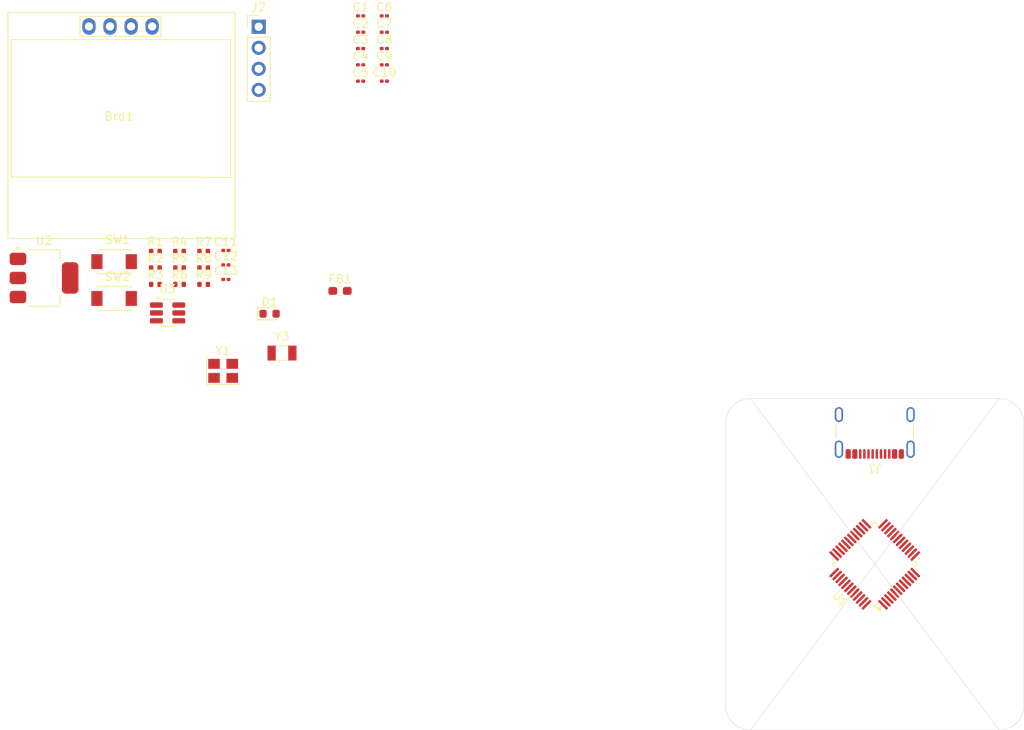
<source format=kicad_pcb>
(kicad_pcb (version 20241229) (generator "pcbnew") (generator_version "9.0")
  (layers (0 "F.Cu" signal) (2 "B.Cu" signal) (13 "F.Paste" user) (15 "B.Paste" user) (5 "F.SilkS" user "F.Silkscreen") (7 "B.SilkS" user "B.Silkscreen") (1 "F.Mask" user) (3 "B.Mask" user) (25 "Edge.Cuts" user))
  (net 0 "")
  (net 1 "/SCL")
  (net 2 "/SDA")
  (net 3 "+3V3")
  (net 4 "GND")
  (net 5 "/OSC_IN")
  (net 6 "/OSC_OUT")
  (net 7 "/PC14")
  (net 8 "/PC15")
  (net 9 "Net-(U1-NRST)")
  (net 10 "+5V")
  (net 11 "Net-(D1-A)")
  (net 12 "Net-(D1-K)")
  (net 13 "Net-(J1-SHIELD)")
  (net 14 "Net-(U3-IO1)")
  (net 15 "Net-(J1-CC1)")
  (net 16 "Net-(J1-CC2)")
  (net 17 "Net-(U3-IO2)")
  (net 18 "Net-(U1-BOOT0)")
  (net 19 "Net-(U1-PA11)")
  (net 20 "/D-")
  (net 21 "Net-(U1-PA12)")
  (net 22 "/D+")
  (net 35 "/PB4")
  (net 37 "/PB5")
  (net 38 "/PB0")
  (net 39 "/PB2")
  (net 48 "/PB3")
  (net 49 "/PB1")
  (footprint "Package_QFP:LQFP-48_7x7mm_P0.5mm" (layer "F.Cu") (at 215 120 135)
    (property "Reference" "U1" (at 0 -5.85 135) (layer "F.SilkS"))
    (property "Value" "STM32F103C8Tx")
    (fp_line (start 3.61 -3.61) (end 3.61 -3.16) (stroke (width 0.12)) (layer "F.SilkS"))
    (fp_line (start 3.16 -3.61) (end 3.61 -3.61) (stroke (width 0.12)) (layer "F.SilkS"))
    (fp_line (start -3.16 -3.61) (end -3.61 -3.61) (stroke (width 0.12)) (layer "F.SilkS"))
    (fp_line (start 3.61 3.61) (end 3.61 3.16) (stroke (width 0.12)) (layer "F.SilkS"))
    (fp_line (start -3.61 -3.61) (end -3.61 -3.16) (stroke (width 0.12)) (layer "F.SilkS"))
    (fp_line (start 3.16 3.61) (end 3.61 3.61) (stroke (width 0.12)) (layer "F.SilkS"))
    (fp_line (start -3.16 3.61) (end -3.61 3.61) (stroke (width 0.12)) (layer "F.SilkS"))
    (fp_line (start -3.61 3.61) (end -3.61 3.16) (stroke (width 0.12)) (layer "F.SilkS"))
    (fp_poly (pts (xy -4.2 -3.16) (xy -4.54 -3.63) (xy -3.86 -3.63)) (stroke (width 0.12)) (fill yes) (layer "F.SilkS"))
    (pad "1" smd roundrect (at -4.1625 -2.75 135) (size 1.475 0.3) (layers "F.Cu" "F.Mask" "F.Paste") (net 3 "+3V3"))
    (pad "2" smd roundrect (at -4.1625 -2.25 135) (size 1.475 0.3) (layers "F.Cu" "F.Mask" "F.Paste"))
    (pad "3" smd roundrect (at -4.1625 -1.75 135) (size 1.475 0.3) (layers "F.Cu" "F.Mask" "F.Paste") (net 7 "/PC14"))
    (pad "4" smd roundrect (at -4.1625 -1.249999 135) (size 1.475 0.3) (layers "F.Cu" "F.Mask" "F.Paste") (net 8 "/PC15"))
    (pad "5" smd roundrect (at -4.1625 -0.75 135) (size 1.475 0.3) (layers "F.Cu" "F.Mask" "F.Paste") (net 5 "/OSC_IN"))
    (pad "6" smd roundrect (at -4.1625 -0.25 135) (size 1.475 0.3) (layers "F.Cu" "F.Mask" "F.Paste") (net 6 "/OSC_OUT"))
    (pad "7" smd roundrect (at -4.1625 0.25 135) (size 1.475 0.3) (layers "F.Cu" "F.Mask" "F.Paste") (net 9 "Net-(U1-NRST)"))
    (pad "8" smd roundrect (at -4.1625 0.75 135) (size 1.475 0.3) (layers "F.Cu" "F.Mask" "F.Paste") (net 4 "GND"))
    (pad "9" smd roundrect (at -4.1625 1.249999 135) (size 1.475 0.3) (layers "F.Cu" "F.Mask" "F.Paste") (net 3 "+3V3"))
    (pad "10" smd roundrect (at -4.1625 1.75 135) (size 1.475 0.3) (layers "F.Cu" "F.Mask" "F.Paste") (net 11 "Net-(D1-A)"))
    (pad "11" smd roundrect (at -4.1625 2.25 135) (size 1.475 0.3) (layers "F.Cu" "F.Mask" "F.Paste"))
    (pad "12" smd roundrect (at -4.1625 2.75 135) (size 1.475 0.3) (layers "F.Cu" "F.Mask" "F.Paste"))
    (pad "13" smd roundrect (at -2.75 4.1625 135) (size 0.3 1.475) (layers "F.Cu" "F.Mask" "F.Paste"))
    (pad "14" smd roundrect (at -2.25 4.1625 135) (size 0.3 1.475) (layers "F.Cu" "F.Mask" "F.Paste"))
    (pad "15" smd roundrect (at -1.75 4.1625 135) (size 0.3 1.475) (layers "F.Cu" "F.Mask" "F.Paste"))
    (pad "16" smd roundrect (at -1.249999 4.1625 135) (size 0.3 1.475) (layers "F.Cu" "F.Mask" "F.Paste"))
    (pad "17" smd roundrect (at -0.75 4.1625 135) (size 0.3 1.475) (layers "F.Cu" "F.Mask" "F.Paste"))
    (pad "18" smd roundrect (at -0.25 4.1625 135) (size 0.3 1.475) (layers "F.Cu" "F.Mask" "F.Paste") (net 38 "/PB0"))
    (pad "19" smd roundrect (at 0.25 4.1625 135) (size 0.3 1.475) (layers "F.Cu" "F.Mask" "F.Paste") (net 49 "/PB1"))
    (pad "20" smd roundrect (at 0.75 4.1625 135) (size 0.3 1.475) (layers "F.Cu" "F.Mask" "F.Paste") (net 39 "/PB2"))
    (pad "21" smd roundrect (at 1.249999 4.1625 135) (size 0.3 1.475) (layers "F.Cu" "F.Mask" "F.Paste") (net 1 "/SCL"))
    (pad "22" smd roundrect (at 1.75 4.1625 135) (size 0.3 1.475) (layers "F.Cu" "F.Mask" "F.Paste") (net 2 "/SDA"))
    (pad "23" smd roundrect (at 2.25 4.1625 135) (size 0.3 1.475) (layers "F.Cu" "F.Mask" "F.Paste") (net 4 "GND"))
    (pad "24" smd roundrect (at 2.75 4.1625 135) (size 0.3 1.475) (layers "F.Cu" "F.Mask" "F.Paste") (net 3 "+3V3"))
    (pad "25" smd roundrect (at 4.1625 2.75 135) (size 1.475 0.3) (layers "F.Cu" "F.Mask" "F.Paste"))
    (pad "26" smd roundrect (at 4.1625 2.25 135) (size 1.475 0.3) (layers "F.Cu" "F.Mask" "F.Paste"))
    (pad "27" smd roundrect (at 4.1625 1.75 135) (size 1.475 0.3) (layers "F.Cu" "F.Mask" "F.Paste"))
    (pad "28" smd roundrect (at 4.1625 1.249999 135) (size 1.475 0.3) (layers "F.Cu" "F.Mask" "F.Paste"))
    (pad "29" smd roundrect (at 4.1625 0.75 135) (size 1.475 0.3) (layers "F.Cu" "F.Mask" "F.Paste"))
    (pad "30" smd roundrect (at 4.1625 0.25 135) (size 1.475 0.3) (layers "F.Cu" "F.Mask" "F.Paste"))
    (pad "31" smd roundrect (at 4.1625 -0.25 135) (size 1.475 0.3) (layers "F.Cu" "F.Mask" "F.Paste"))
    (pad "32" smd roundrect (at 4.1625 -0.75 135) (size 1.475 0.3) (layers "F.Cu" "F.Mask" "F.Paste") (net 19 "Net-(U1-PA11)"))
    (pad "33" smd roundrect (at 4.1625 -1.249999 135) (size 1.475 0.3) (layers "F.Cu" "F.Mask" "F.Paste") (net 21 "Net-(U1-PA12)"))
    (pad "34" smd roundrect (at 4.1625 -1.75 135) (size 1.475 0.3) (layers "F.Cu" "F.Mask" "F.Paste"))
    (pad "35" smd roundrect (at 4.1625 -2.25 135) (size 1.475 0.3) (layers "F.Cu" "F.Mask" "F.Paste") (net 4 "GND"))
    (pad "36" smd roundrect (at 4.1625 -2.75 135) (size 1.475 0.3) (layers "F.Cu" "F.Mask" "F.Paste") (net 3 "+3V3"))
    (pad "37" smd roundrect (at 2.75 -4.1625 135) (size 0.3 1.475) (layers "F.Cu" "F.Mask" "F.Paste"))
    (pad "38" smd roundrect (at 2.25 -4.1625 135) (size 0.3 1.475) (layers "F.Cu" "F.Mask" "F.Paste"))
    (pad "39" smd roundrect (at 1.75 -4.1625 135) (size 0.3 1.475) (layers "F.Cu" "F.Mask" "F.Paste") (net 48 "/PB3"))
    (pad "40" smd roundrect (at 1.249999 -4.1625 135) (size 0.3 1.475) (layers "F.Cu" "F.Mask" "F.Paste") (net 35 "/PB4"))
    (pad "41" smd roundrect (at 0.75 -4.1625 135) (size 0.3 1.475) (layers "F.Cu" "F.Mask" "F.Paste") (net 37 "/PB5"))
    (pad "42" smd roundrect (at 0.25 -4.1625 135) (size 0.3 1.475) (layers "F.Cu" "F.Mask" "F.Paste"))
    (pad "43" smd roundrect (at -0.25 -4.1625 135) (size 0.3 1.475) (layers "F.Cu" "F.Mask" "F.Paste"))
    (pad "44" smd roundrect (at -0.75 -4.1625 135) (size 0.3 1.475) (layers "F.Cu" "F.Mask" "F.Paste") (net 18 "Net-(U1-BOOT0)"))
    (pad "45" smd roundrect (at -1.249999 -4.1625 135) (size 0.3 1.475) (layers "F.Cu" "F.Mask" "F.Paste"))
    (pad "46" smd roundrect (at -1.75 -4.1625 135) (size 0.3 1.475) (layers "F.Cu" "F.Mask" "F.Paste"))
    (pad "47" smd roundrect (at -2.25 -4.1625 135) (size 0.3 1.475) (layers "F.Cu" "F.Mask" "F.Paste") (net 4 "GND"))
    (pad "48" smd roundrect (at -2.75 -4.1625 135) (size 0.3 1.475) (layers "F.Cu" "F.Mask" "F.Paste") (net 3 "+3V3"))
  )
  (footprint "Crystal:Crystal_SMD_3215-2Pin_3.2x1.5mm" (layer "F.Cu") (at 143.5 94.5)
    (property "Reference" "Y3" (at 0 -2 0) (layer "F.SilkS"))
    (property "Value" "Crystal")
    (fp_line (start -0.675 -0.875) (end 0.675 -0.875) (stroke (width 0.12)) (layer "F.SilkS"))
    (fp_line (start -0.675 0.875) (end 0.675 0.875) (stroke (width 0.12)) (layer "F.SilkS"))
    (pad "1" smd rect (at 1.25 0) (size 1 1.8) (layers "F.Cu" "F.Mask" "F.Paste") (net 8 "/PC15"))
    (pad "2" smd rect (at -1.25 0) (size 1 1.8) (layers "F.Cu" "F.Mask" "F.Paste") (net 7 "/PC14"))
  )
  (footprint "Connector_USB:USB_C_Receptacle_GCT_USB4105-xx-A_16P_TopMnt_Horizontal" (layer "F.Cu") (at 215 103 180)
    (property "Reference" "J1" (at 0 -5.5 180) (layer "F.SilkS"))
    (property "Value" "USB_C_Receptacle_USB2.0_14P")
    (fp_line (start 4.67 -0.1) (end 4.67 -1.8) (stroke (width 0.12)) (layer "F.SilkS"))
    (fp_line (start -4.67 -0.1) (end -4.67 -1.8) (stroke (width 0.12)) (layer "F.SilkS"))
    (pad "A1" smd roundrect (at -3.2 -3.68 180) (size 0.6 1.15) (layers "F.Cu" "F.Mask" "F.Paste") (net 4 "GND"))
    (pad "A4" smd roundrect (at -2.4 -3.68 180) (size 0.6 1.15) (layers "F.Cu" "F.Mask" "F.Paste") (net 10 "+5V"))
    (pad "A5" smd roundrect (at -1.25 -3.68 180) (size 0.3 1.15) (layers "F.Cu" "F.Mask" "F.Paste") (net 15 "Net-(J1-CC1)"))
    (pad "A6" smd roundrect (at -0.25 -3.68 180) (size 0.3 1.15) (layers "F.Cu" "F.Mask" "F.Paste") (net 17 "Net-(U3-IO2)"))
    (pad "A7" smd roundrect (at 0.25 -3.68 180) (size 0.3 1.15) (layers "F.Cu" "F.Mask" "F.Paste") (net 14 "Net-(U3-IO1)"))
    (pad "A8" smd roundrect (at 1.25 -3.68 180) (size 0.3 1.15) (layers "F.Cu" "F.Mask" "F.Paste"))
    (pad "A9" smd roundrect (at 2.4 -3.68 180) (size 0.6 1.15) (layers "F.Cu" "F.Mask" "F.Paste") (net 10 "+5V"))
    (pad "A12" smd roundrect (at 3.2 -3.68 180) (size 0.6 1.15) (layers "F.Cu" "F.Mask" "F.Paste") (net 4 "GND"))
    (pad "B1" smd roundrect (at 3.2 -3.68 180) (size 0.6 1.15) (layers "F.Cu" "F.Mask" "F.Paste") (net 4 "GND"))
    (pad "B4" smd roundrect (at 2.4 -3.68 180) (size 0.6 1.15) (layers "F.Cu" "F.Mask" "F.Paste") (net 10 "+5V"))
    (pad "B5" smd roundrect (at 1.75 -3.68 180) (size 0.3 1.15) (layers "F.Cu" "F.Mask" "F.Paste") (net 16 "Net-(J1-CC2)"))
    (pad "B6" smd roundrect (at 0.75 -3.68 180) (size 0.3 1.15) (layers "F.Cu" "F.Mask" "F.Paste") (net 17 "Net-(U3-IO2)"))
    (pad "B7" smd roundrect (at -0.75 -3.68 180) (size 0.3 1.15) (layers "F.Cu" "F.Mask" "F.Paste") (net 14 "Net-(U3-IO1)"))
    (pad "B8" smd roundrect (at -1.75 -3.68 180) (size 0.3 1.15) (layers "F.Cu" "F.Mask" "F.Paste"))
    (pad "B9" smd roundrect (at -2.4 -3.68 180) (size 0.6 1.15) (layers "F.Cu" "F.Mask" "F.Paste") (net 10 "+5V"))
    (pad "B12" smd roundrect (at -3.2 -3.68 180) (size 0.6 1.15) (layers "F.Cu" "F.Mask" "F.Paste") (net 4 "GND"))
    (pad "S1" thru_hole oval (at -4.32 -3.105 180) (size 1 2.1) (drill oval 0.6 1.7) (property pad_prop_heatsink) (layers "*.Cu" "*.Mask" "F.Paste") (net 13 "Net-(J1-SHIELD)"))
    (pad "S1" thru_hole oval (at -4.32 1.075 180) (size 1 1.8) (drill oval 0.6 1.4) (property pad_prop_heatsink) (layers "*.Cu" "*.Mask" "F.Paste") (net 13 "Net-(J1-SHIELD)"))
    (pad "S1" thru_hole oval (at 4.32 -3.105 180) (size 1 2.1) (drill oval 0.6 1.7) (property pad_prop_heatsink) (layers "*.Cu" "*.Mask" "F.Paste") (net 13 "Net-(J1-SHIELD)"))
    (pad "S1" thru_hole oval (at 4.32 1.075 180) (size 1 1.8) (drill oval 0.6 1.4) (property pad_prop_heatsink) (layers "*.Cu" "*.Mask" "F.Paste") (net 13 "Net-(J1-SHIELD)"))
  )
  (footprint "Resistor_SMD:R_0402_1005Metric" (layer "F.Cu") (at 128.23 82.23)
    (property "Reference" "R1" (at 0 -1.17 0) (layer "F.SilkS"))
    (property "Value" "10K")
    (fp_line (start -0.153641 -0.38) (end 0.153641 -0.38) (stroke (width 0.12)) (layer "F.SilkS"))
    (fp_line (start -0.153641 0.38) (end 0.153641 0.38) (stroke (width 0.12)) (layer "F.SilkS"))
    (pad "1" smd roundrect (at -0.51 0) (size 0.54 0.64) (layers "F.Cu" "F.Mask" "F.Paste") (net 4 "GND"))
    (pad "2" smd roundrect (at 0.51 0) (size 0.54 0.64) (layers "F.Cu" "F.Mask" "F.Paste") (net 18 "Net-(U1-BOOT0)"))
  )
  (footprint "Capacitor_SMD:C_0201_0603Metric" (layer "F.Cu") (at 152.98 57.74)
    (property "Reference" "C3" (at 0 -1.05 0) (layer "F.SilkS"))
    (property "Value" "15pF")
    (pad "1" smd roundrect (at -0.32 0) (size 0.46 0.4) (layers "F.Cu" "F.Mask") (net 7 "/PC14"))
    (pad "2" smd roundrect (at 0.32 0) (size 0.46 0.4) (layers "F.Cu" "F.Mask") (net 4 "GND"))
  )
  (footprint "Capacitor_SMD:C_0201_0603Metric" (layer "F.Cu") (at 155.85 61.68)
    (property "Reference" "C10" (at 0 -1.05 0) (layer "F.SilkS"))
    (property "Value" "100nF")
    (pad "1" smd roundrect (at -0.32 0) (size 0.46 0.4) (layers "F.Cu" "F.Mask") (net 3 "+3V3"))
    (pad "2" smd roundrect (at 0.32 0) (size 0.46 0.4) (layers "F.Cu" "F.Mask") (net 4 "GND"))
  )
  (footprint "Capacitor_SMD:C_0201_0603Metric" (layer "F.Cu") (at 155.85 53.8)
    (property "Reference" "C6" (at 0 -1.05 0) (layer "F.SilkS"))
    (property "Value" "100nF")
    (pad "1" smd roundrect (at -0.32 0) (size 0.46 0.4) (layers "F.Cu" "F.Mask") (net 3 "+3V3"))
    (pad "2" smd roundrect (at 0.32 0) (size 0.46 0.4) (layers "F.Cu" "F.Mask") (net 4 "GND"))
  )
  (footprint "Capacitor_SMD:C_0201_0603Metric" (layer "F.Cu") (at 136.73 83.86)
    (property "Reference" "C12" (at 0 -1.05 0) (layer "F.SilkS"))
    (property "Value" "22uF")
    (pad "1" smd roundrect (at -0.32 0) (size 0.46 0.4) (layers "F.Cu" "F.Mask") (net 10 "+5V"))
    (pad "2" smd roundrect (at 0.32 0) (size 0.46 0.4) (layers "F.Cu" "F.Mask") (net 4 "GND"))
  )
  (footprint "Capacitor_SMD:C_0201_0603Metric" (layer "F.Cu") (at 155.85 57.74)
    (property "Reference" "C8" (at 0 -1.05 0) (layer "F.SilkS"))
    (property "Value" "100nF")
    (pad "1" smd roundrect (at -0.32 0) (size 0.46 0.4) (layers "F.Cu" "F.Mask") (net 3 "+3V3"))
    (pad "2" smd roundrect (at 0.32 0) (size 0.46 0.4) (layers "F.Cu" "F.Mask") (net 4 "GND"))
  )
  (footprint "Resistor_SMD:R_0402_1005Metric" (layer "F.Cu") (at 128.23 84.22)
    (property "Reference" "R2" (at 0 -1.17 0) (layer "F.SilkS"))
    (property "Value" "1M")
    (fp_line (start -0.153641 -0.38) (end 0.153641 -0.38) (stroke (width 0.12)) (layer "F.SilkS"))
    (fp_line (start -0.153641 0.38) (end 0.153641 0.38) (stroke (width 0.12)) (layer "F.SilkS"))
    (pad "1" smd roundrect (at -0.51 0) (size 0.54 0.64) (layers "F.Cu" "F.Mask" "F.Paste") (net 5 "/OSC_IN"))
    (pad "2" smd roundrect (at 0.51 0) (size 0.54 0.64) (layers "F.Cu" "F.Mask" "F.Paste") (net 6 "/OSC_OUT"))
  )
  (footprint "Capacitor_SMD:C_0201_0603Metric" (layer "F.Cu") (at 152.98 55.77)
    (property "Reference" "C2" (at 0 -1.05 0) (layer "F.SilkS"))
    (property "Value" "20pF")
    (pad "1" smd roundrect (at -0.32 0) (size 0.46 0.4) (layers "F.Cu" "F.Mask") (net 6 "/OSC_OUT"))
    (pad "2" smd roundrect (at 0.32 0) (size 0.46 0.4) (layers "F.Cu" "F.Mask") (net 4 "GND"))
  )
  (footprint "Package_TO_SOT_SMD:SOT-223-3_TabPin2" (layer "F.Cu") (at 114.8 85.435)
    (property "Reference" "U2" (at 0 -4.5 0) (layer "F.SilkS"))
    (property "Value" "AMS1117-3.3")
    (fp_line (start -1.85 -3.41) (end 1.91 -3.41) (stroke (width 0.12)) (layer "F.SilkS"))
    (fp_line (start -1.85 3.41) (end 1.91 3.41) (stroke (width 0.12)) (layer "F.SilkS"))
    (fp_line (start 1.91 -3.41) (end 1.91 -2.15) (stroke (width 0.12)) (layer "F.SilkS"))
    (fp_line (start 1.91 3.41) (end 1.91 2.15) (stroke (width 0.12)) (layer "F.SilkS"))
    (fp_poly (pts (xy -3.13 -3.31) (xy -3.37 -3.64) (xy -2.89 -3.64) (xy -3.13 -3.31)) (stroke (width 0.12)) (fill yes) (layer "F.SilkS"))
    (pad "1" smd roundrect (at -3.15 -2.3) (size 2 1.5) (layers "F.Cu" "F.Mask" "F.Paste") (net 4 "GND"))
    (pad "2" smd roundrect (at -3.15 0) (size 2 1.5) (layers "F.Cu" "F.Mask" "F.Paste") (net 3 "+3V3"))
    (pad "2" smd roundrect (at 3.15 0) (size 2 3.8) (layers "F.Cu" "F.Mask" "F.Paste") (net 3 "+3V3"))
    (pad "3" smd roundrect (at -3.15 2.3) (size 2 1.5) (layers "F.Cu" "F.Mask" "F.Paste") (net 10 "+5V"))
  )
  (footprint "Capacitor_SMD:C_0201_0603Metric" (layer "F.Cu") (at 136.73 82.11)
    (property "Reference" "C11" (at 0 -1.05 0) (layer "F.SilkS"))
    (property "Value" "1uF")
    (pad "1" smd roundrect (at -0.32 0) (size 0.46 0.4) (layers "F.Cu" "F.Mask") (net 3 "+3V3"))
    (pad "2" smd roundrect (at 0.32 0) (size 0.46 0.4) (layers "F.Cu" "F.Mask") (net 4 "GND"))
  )
  (footprint "Capacitor_SMD:C_0201_0603Metric" (layer "F.Cu") (at 152.98 61.68)
    (property "Reference" "C5" (at 0 -1.05 0) (layer "F.SilkS"))
    (property "Value" "100nF")
    (pad "1" smd roundrect (at -0.32 0) (size 0.46 0.4) (layers "F.Cu" "F.Mask") (net 4 "GND"))
    (pad "2" smd roundrect (at 0.32 0) (size 0.46 0.4) (layers "F.Cu" "F.Mask") (net 9 "Net-(U1-NRST)"))
  )
  (footprint "Inductor_SMD:L_0603_1608Metric_Pad1.05x0.95mm_HandSolder" (layer "F.Cu") (at 150.5 87)
    (property "Reference" "FB1" (at 0 -1.43 0) (layer "F.SilkS"))
    (property "Value" "FerriteBead_Small")
    (fp_line (start -0.171267 -0.51) (end 0.171267 -0.51) (stroke (width 0.12)) (layer "F.SilkS"))
    (fp_line (start -0.171267 0.51) (end 0.171267 0.51) (stroke (width 0.12)) (layer "F.SilkS"))
    (pad "1" smd roundrect (at -0.875 0) (size 1.05 0.95) (layers "F.Cu" "F.Mask" "F.Paste") (net 13 "Net-(J1-SHIELD)"))
    (pad "2" smd roundrect (at 0.875 0) (size 1.05 0.95) (layers "F.Cu" "F.Mask" "F.Paste") (net 4 "GND"))
  )
  (footprint "Resistor_SMD:R_0402_1005Metric" (layer "F.Cu") (at 128.23 86.21)
    (property "Reference" "R3" (at 0 -1.17 0) (layer "F.SilkS"))
    (property "Value" "1M")
    (fp_line (start -0.153641 -0.38) (end 0.153641 -0.38) (stroke (width 0.12)) (layer "F.SilkS"))
    (fp_line (start -0.153641 0.38) (end 0.153641 0.38) (stroke (width 0.12)) (layer "F.SilkS"))
    (pad "1" smd roundrect (at -0.51 0) (size 0.54 0.64) (layers "F.Cu" "F.Mask" "F.Paste") (net 7 "/PC14"))
    (pad "2" smd roundrect (at 0.51 0) (size 0.54 0.64) (layers "F.Cu" "F.Mask" "F.Paste") (net 8 "/PC15"))
  )
  (footprint "Resistor_SMD:R_0402_1005Metric" (layer "F.Cu") (at 131.14 86.21)
    (property "Reference" "R6" (at 0 -1.17 0) (layer "F.SilkS"))
    (property "Value" "20R")
    (fp_line (start -0.153641 -0.38) (end 0.153641 -0.38) (stroke (width 0.12)) (layer "F.SilkS"))
    (fp_line (start -0.153641 0.38) (end 0.153641 0.38) (stroke (width 0.12)) (layer "F.SilkS"))
    (pad "1" smd roundrect (at -0.51 0) (size 0.54 0.64) (layers "F.Cu" "F.Mask" "F.Paste") (net 22 "/D+"))
    (pad "2" smd roundrect (at 0.51 0) (size 0.54 0.64) (layers "F.Cu" "F.Mask" "F.Paste") (net 21 "Net-(U1-PA12)"))
  )
  (footprint "Capacitor_SMD:C_0201_0603Metric" (layer "F.Cu") (at 155.85 59.71)
    (property "Reference" "C9" (at 0 -1.05 0) (layer "F.SilkS"))
    (property "Value" "100nF")
    (pad "1" smd roundrect (at -0.32 0) (size 0.46 0.4) (layers "F.Cu" "F.Mask") (net 3 "+3V3"))
    (pad "2" smd roundrect (at 0.32 0) (size 0.46 0.4) (layers "F.Cu" "F.Mask") (net 4 "GND"))
  )
  (footprint "TS-1088-AR02016:SW_TS-1088-AR02016" (layer "F.Cu") (at 123.25 87.91)
    (property "Reference" "SW2" (at 0.425 -2.635 0) (layer "F.SilkS"))
    (property "Value" "RST")
    (fp_line (start -2 -1.45) (end 2 -1.45) (stroke (width 0.127)) (layer "F.SilkS"))
    (fp_line (start -2 -1.22) (end -2 -1.45) (stroke (width 0.127)) (layer "F.SilkS"))
    (fp_line (start -2 1.45) (end -2 1.22) (stroke (width 0.127)) (layer "F.SilkS"))
    (fp_line (start 2 -1.45) (end 2 -1.22) (stroke (width 0.127)) (layer "F.SilkS"))
    (fp_line (start 2 1.45) (end -2 1.45) (stroke (width 0.127)) (layer "F.SilkS"))
    (fp_line (start 2 1.45) (end 2 1.22) (stroke (width 0.127)) (layer "F.SilkS"))
    (pad "1" smd rect (at -2.075 0) (size 1.35 1.8) (layers "F.Cu" "F.Mask" "F.Paste") (net 4 "GND"))
    (pad "2" smd rect (at 2.075 0) (size 1.35 1.8) (layers "F.Cu" "F.Mask" "F.Paste") (net 9 "Net-(U1-NRST)"))
  )
  (footprint "Resistor_SMD:R_0402_1005Metric" (layer "F.Cu") (at 134.05 84.22)
    (property "Reference" "R8" (at 0 -1.17 0) (layer "F.SilkS"))
    (property "Value" "5.1K")
    (fp_line (start -0.153641 -0.38) (end 0.153641 -0.38) (stroke (width 0.12)) (layer "F.SilkS"))
    (fp_line (start -0.153641 0.38) (end 0.153641 0.38) (stroke (width 0.12)) (layer "F.SilkS"))
    (pad "1" smd roundrect (at -0.51 0) (size 0.54 0.64) (layers "F.Cu" "F.Mask" "F.Paste") (net 4 "GND"))
    (pad "2" smd roundrect (at 0.51 0) (size 0.54 0.64) (layers "F.Cu" "F.Mask" "F.Paste") (net 15 "Net-(J1-CC1)"))
  )
  (footprint "LED_SMD:LED_0603_1608Metric" (layer "F.Cu") (at 142 89.75)
    (property "Reference" "D1" (at 0 -1.43 0) (layer "F.SilkS"))
    (property "Value" "LED")
    (fp_line (start -1.485 -0.735) (end -1.485 0.735) (stroke (width 0.12)) (layer "F.SilkS"))
    (fp_line (start -1.485 0.735) (end 0.8 0.735) (stroke (width 0.12)) (layer "F.SilkS"))
    (fp_line (start 0.8 -0.735) (end -1.485 -0.735) (stroke (width 0.12)) (layer "F.SilkS"))
    (pad "1" smd roundrect (at -0.7875 0) (size 0.875 0.95) (layers "F.Cu" "F.Mask" "F.Paste") (net 12 "Net-(D1-K)"))
    (pad "2" smd roundrect (at 0.7875 0) (size 0.875 0.95) (layers "F.Cu" "F.Mask" "F.Paste") (net 11 "Net-(D1-A)"))
  )
  (footprint "Resistor_SMD:R_0402_1005Metric" (layer "F.Cu") (at 134.05 82.23)
    (property "Reference" "R7" (at 0 -1.17 0) (layer "F.SilkS"))
    (property "Value" "1.5K")
    (fp_line (start -0.153641 -0.38) (end 0.153641 -0.38) (stroke (width 0.12)) (layer "F.SilkS"))
    (fp_line (start -0.153641 0.38) (end 0.153641 0.38) (stroke (width 0.12)) (layer "F.SilkS"))
    (pad "1" smd roundrect (at -0.51 0) (size 0.54 0.64) (layers "F.Cu" "F.Mask" "F.Paste") (net 22 "/D+"))
    (pad "2" smd roundrect (at 0.51 0) (size 0.54 0.64) (layers "F.Cu" "F.Mask" "F.Paste") (net 3 "+3V3"))
  )
  (footprint "Resistor_SMD:R_0402_1005Metric" (layer "F.Cu") (at 134.05 86.21)
    (property "Reference" "R9" (at 0 -1.17 0) (layer "F.SilkS"))
    (property "Value" "5.1k")
    (fp_line (start -0.153641 -0.38) (end 0.153641 -0.38) (stroke (width 0.12)) (layer "F.SilkS"))
    (fp_line (start -0.153641 0.38) (end 0.153641 0.38) (stroke (width 0.12)) (layer "F.SilkS"))
    (pad "1" smd roundrect (at -0.51 0) (size 0.54 0.64) (layers "F.Cu" "F.Mask" "F.Paste") (net 4 "GND"))
    (pad "2" smd roundrect (at 0.51 0) (size 0.54 0.64) (layers "F.Cu" "F.Mask" "F.Paste") (net 16 "Net-(J1-CC2)"))
  )
  (footprint "Capacitor_SMD:C_0201_0603Metric" (layer "F.Cu") (at 136.73 85.61)
    (property "Reference" "C13" (at 0 -1.05 0) (layer "F.SilkS"))
    (property "Value" "22uF")
    (pad "1" smd roundrect (at -0.32 0) (size 0.46 0.4) (layers "F.Cu" "F.Mask") (net 3 "+3V3"))
    (pad "2" smd roundrect (at 0.32 0) (size 0.46 0.4) (layers "F.Cu" "F.Mask") (net 4 "GND"))
  )
  (footprint "Crystal:Crystal_SMD_3225-4Pin_3.2x2.5mm" (layer "F.Cu") (at 136.4 96.65)
    (property "Reference" "Y1" (at 0 -2.45 0) (layer "F.SilkS"))
    (property "Value" "8Mhz")
    (fp_line (start -2 -1.65) (end -2 1.65) (stroke (width 0.12)) (layer "F.SilkS"))
    (fp_line (start -2 1.65) (end 2 1.65) (stroke (width 0.12)) (layer "F.SilkS"))
    (pad "1" smd rect (at -1.1 0.85) (size 1.4 1.2) (layers "F.Cu" "F.Mask" "F.Paste") (net 4 "GND"))
    (pad "2" smd rect (at 1.1 0.85) (size 1.4 1.2) (layers "F.Cu" "F.Mask" "F.Paste") (net 5 "/OSC_IN"))
    (pad "3" smd rect (at 1.1 -0.85) (size 1.4 1.2) (layers "F.Cu" "F.Mask" "F.Paste") (net 4 "GND"))
    (pad "4" smd rect (at -1.1 -0.85) (size 1.4 1.2) (layers "F.Cu" "F.Mask" "F.Paste") (net 6 "/OSC_OUT"))
  )
  (footprint "Connector_PinHeader_2.54mm:PinHeader_1x04_P2.54mm_Vertical" (layer "F.Cu") (at 140.69 55.11)
    (property "Reference" "J2" (at 0 -2.38 0) (layer "F.SilkS"))
    (property "Value" "MLX90614")
    (fp_line (start -1.38 -1.38) (end 0 -1.38) (stroke (width 0.12)) (layer "F.SilkS"))
    (fp_line (start -1.38 0) (end -1.38 -1.38) (stroke (width 0.12)) (layer "F.SilkS"))
    (fp_line (start -1.38 1.27) (end -1.38 9) (stroke (width 0.12)) (layer "F.SilkS"))
    (fp_line (start -1.38 1.27) (end 1.38 1.27) (stroke (width 0.12)) (layer "F.SilkS"))
    (fp_line (start -1.38 9) (end 1.38 9) (stroke (width 0.12)) (layer "F.SilkS"))
    (fp_line (start 1.38 1.27) (end 1.38 9) (stroke (width 0.12)) (layer "F.SilkS"))
    (pad "1" thru_hole rect (at 0 0) (size 1.7 1.7) (drill 1) (layers "*.Cu" "*.Mask") (net 3 "+3V3"))
    (pad "2" thru_hole circle (at 0 2.54) (size 1.7 1.7) (drill 1) (layers "*.Cu" "*.Mask") (net 4 "GND"))
    (pad "3" thru_hole circle (at 0 5.08) (size 1.7 1.7) (drill 1) (layers "*.Cu" "*.Mask") (net 1 "/SCL"))
    (pad "4" thru_hole circle (at 0 7.62) (size 1.7 1.7) (drill 1) (layers "*.Cu" "*.Mask") (net 2 "/SDA"))
  )
  (footprint "SSD1306:128x64OLED" (layer "F.Cu") (at 123.835 65.675)
    (property "Reference" "Brd1" (at 0 0.254 0) (layer "F.SilkS"))
    (property "Value" "SSD1306")
    (fp_line (start -13.4 -12.3) (end 14 -12.3) (stroke (width 0.12)) (layer "F.SilkS"))
    (fp_line (start -13.4 15) (end -13.4 -12.3) (stroke (width 0.12)) (layer "F.SilkS"))
    (fp_line (start -12.978 -9.005) (end 10.122 -9.005) (stroke (width 0.12)) (layer "F.SilkS"))
    (fp_line (start -12.978 7.595) (end -12.978 -9.005) (stroke (width 0.12)) (layer "F.SilkS"))
    (fp_line (start -4.699 -11.811) (end -4.699 -9.398) (stroke (width 0.12)) (layer "F.SilkS"))
    (fp_line (start -4.699 -11.811) (end 5.08 -11.811) (stroke (width 0.12)) (layer "F.SilkS"))
    (fp_line (start 5.08 -11.811) (end 5.08 -9.398) (stroke (width 0.12)) (layer "F.SilkS"))
    (fp_line (start 5.08 -9.398) (end -4.699 -9.398) (stroke (width 0.12)) (layer "F.SilkS"))
    (fp_line (start 10.122 -9.005) (end 13.208 -9.005) (stroke (width 0.12)) (layer "F.SilkS"))
    (fp_line (start 10.122 7.595) (end -12.978 7.595) (stroke (width 0.12)) (layer "F.SilkS"))
    (fp_line (start 10.122 7.595) (end 13.462 7.62) (stroke (width 0.12)) (layer "F.SilkS"))
    (fp_line (start 13.462 -9.017) (end 13.208 -9.005) (stroke (width 0.12)) (layer "F.SilkS"))
    (fp_line (start 13.462 7.62) (end 13.462 -9.017) (stroke (width 0.12)) (layer "F.SilkS"))
    (fp_line (start 14 -12.3) (end 14 15) (stroke (width 0.12)) (layer "F.SilkS"))
    (fp_line (start 14 15) (end -13.4 15) (stroke (width 0.12)) (layer "F.SilkS"))
    (pad "1" thru_hole oval (at -3.62 -10.6 90) (size 2 1.6) (drill 1) (layers "*.Cu" "*.Mask") (net 4 "GND"))
    (pad "2" thru_hole oval (at -1.08 -10.6 90) (size 2 1.6) (drill 1) (layers "*.Cu" "*.Mask") (net 3 "+3V3"))
    (pad "3" thru_hole oval (at 1.46 -10.6 90) (size 2 1.6) (drill 1) (layers "*.Cu" "*.Mask") (net 1 "/SCL"))
    (pad "4" thru_hole oval (at 4 -10.6 90) (size 2 1.6) (drill 1) (layers "*.Cu" "*.Mask") (net 2 "/SDA"))
  )
  (footprint "Capacitor_SMD:C_0201_0603Metric" (layer "F.Cu") (at 152.98 59.71)
    (property "Reference" "C4" (at 0 -1.05 0) (layer "F.SilkS"))
    (property "Value" "20pF")
    (pad "1" smd roundrect (at -0.32 0) (size 0.46 0.4) (layers "F.Cu" "F.Mask") (net 4 "GND"))
    (pad "2" smd roundrect (at 0.32 0) (size 0.46 0.4) (layers "F.Cu" "F.Mask") (net 8 "/PC15"))
  )
  (footprint "Capacitor_SMD:C_0201_0603Metric" (layer "F.Cu") (at 152.98 53.8)
    (property "Reference" "C1" (at 0 -1.05 0) (layer "F.SilkS"))
    (property "Value" "20pF")
    (pad "1" smd roundrect (at -0.32 0) (size 0.46 0.4) (layers "F.Cu" "F.Mask") (net 5 "/OSC_IN"))
    (pad "2" smd roundrect (at 0.32 0) (size 0.46 0.4) (layers "F.Cu" "F.Mask") (net 4 "GND"))
  )
  (footprint "Package_TO_SOT_SMD:SOT-23-6_Handsoldering" (layer "F.Cu") (at 129.7 89.655)
    (property "Reference" "U3" (at 0 -2.9 0) (layer "F.SilkS"))
    (property "Value" "SRV05-4")
    (fp_line (start -0.9 1.61) (end 0.9 1.61) (stroke (width 0.12)) (layer "F.SilkS"))
    (fp_line (start 0.1 -1.61) (end -0.7 -1.61) (stroke (width 0.12)) (layer "F.SilkS"))
    (fp_line (start 0.1 -1.61) (end 0.9 -1.61) (stroke (width 0.12)) (layer "F.SilkS"))
    (fp_poly (pts (xy -1.2 -1.56) (xy -1.44 -1.89) (xy -0.96 -1.89) (xy -1.2 -1.56)) (stroke (width 0.12)) (fill yes) (layer "F.SilkS"))
    (pad "1" smd roundrect (at -1.35 -0.95) (size 1.56 0.65) (layers "F.Cu" "F.Mask" "F.Paste") (net 14 "Net-(U3-IO1)"))
    (pad "2" smd roundrect (at -1.35 0) (size 1.56 0.65) (layers "F.Cu" "F.Mask" "F.Paste"))
    (pad "3" smd roundrect (at -1.35 0.95) (size 1.56 0.65) (layers "F.Cu" "F.Mask" "F.Paste") (net 17 "Net-(U3-IO2)"))
    (pad "4" smd roundrect (at 1.35 0.95) (size 1.56 0.65) (layers "F.Cu" "F.Mask" "F.Paste") (net 20 "/D-"))
    (pad "5" smd roundrect (at 1.35 0) (size 1.56 0.65) (layers "F.Cu" "F.Mask" "F.Paste"))
    (pad "6" smd roundrect (at 1.35 -0.95) (size 1.56 0.65) (layers "F.Cu" "F.Mask" "F.Paste") (net 22 "/D+"))
  )
  (footprint "Capacitor_SMD:C_0201_0603Metric" (layer "F.Cu") (at 155.85 55.77)
    (property "Reference" "C7" (at 0 -1.05 0) (layer "F.SilkS"))
    (property "Value" "100nF")
    (pad "1" smd roundrect (at -0.32 0) (size 0.46 0.4) (layers "F.Cu" "F.Mask") (net 3 "+3V3"))
    (pad "2" smd roundrect (at 0.32 0) (size 0.46 0.4) (layers "F.Cu" "F.Mask") (net 4 "GND"))
  )
  (footprint "Resistor_SMD:R_0402_1005Metric" (layer "F.Cu") (at 131.14 82.23)
    (property "Reference" "R4" (at 0 -1.17 0) (layer "F.SilkS"))
    (property "Value" "330")
    (fp_line (start -0.153641 -0.38) (end 0.153641 -0.38) (stroke (width 0.12)) (layer "F.SilkS"))
    (fp_line (start -0.153641 0.38) (end 0.153641 0.38) (stroke (width 0.12)) (layer "F.SilkS"))
    (pad "1" smd roundrect (at -0.51 0) (size 0.54 0.64) (layers "F.Cu" "F.Mask" "F.Paste") (net 12 "Net-(D1-K)"))
    (pad "2" smd roundrect (at 0.51 0) (size 0.54 0.64) (layers "F.Cu" "F.Mask" "F.Paste") (net 4 "GND"))
  )
  (footprint "Resistor_SMD:R_0402_1005Metric" (layer "F.Cu") (at 131.14 84.22)
    (property "Reference" "R5" (at 0 -1.17 0) (layer "F.SilkS"))
    (property "Value" "20R")
    (fp_line (start -0.153641 -0.38) (end 0.153641 -0.38) (stroke (width 0.12)) (layer "F.SilkS"))
    (fp_line (start -0.153641 0.38) (end 0.153641 0.38) (stroke (width 0.12)) (layer "F.SilkS"))
    (pad "1" smd roundrect (at -0.51 0) (size 0.54 0.64) (layers "F.Cu" "F.Mask" "F.Paste") (net 19 "Net-(U1-PA11)"))
    (pad "2" smd roundrect (at 0.51 0) (size 0.54 0.64) (layers "F.Cu" "F.Mask" "F.Paste") (net 20 "/D-"))
  )
  (footprint "TS-1088-AR02016:SW_TS-1088-AR02016" (layer "F.Cu") (at 123.25 83.46)
    (property "Reference" "SW1" (at 0.425 -2.635 0) (layer "F.SilkS"))
    (property "Value" "BOOTSEL")
    (fp_line (start -2 -1.45) (end 2 -1.45) (stroke (width 0.127)) (layer "F.SilkS"))
    (fp_line (start -2 -1.22) (end -2 -1.45) (stroke (width 0.127)) (layer "F.SilkS"))
    (fp_line (start -2 1.45) (end -2 1.22) (stroke (width 0.127)) (layer "F.SilkS"))
    (fp_line (start 2 -1.45) (end 2 -1.22) (stroke (width 0.127)) (layer "F.SilkS"))
    (fp_line (start 2 1.45) (end -2 1.45) (stroke (width 0.127)) (layer "F.SilkS"))
    (fp_line (start 2 1.45) (end 2 1.22) (stroke (width 0.127)) (layer "F.SilkS"))
    (pad "1" smd rect (at -2.075 0) (size 1.35 1.8) (layers "F.Cu" "F.Mask" "F.Paste") (net 3 "+3V3"))
    (pad "2" smd rect (at 2.075 0) (size 1.35 1.8) (layers "F.Cu" "F.Mask" "F.Paste") (net 18 "Net-(U1-BOOT0)"))
  )
  (gr_line (start 200 100) (end 230 140) (stroke (width 0.05)) (layer "Edge.Cuts"))
  (gr_line (start 233 137) (end 233 103) (stroke (width 0.05)) (layer "Edge.Cuts"))
  (gr_arc (start 233 137) (mid 232.12132 139.12132) (end 230 140) (stroke (width 0.05)) (layer "Edge.Cuts"))
  (gr_arc (start 200 140) (mid 197.87868 139.12132) (end 197 137) (stroke (width 0.05)) (layer "Edge.Cuts"))
  (gr_line (start 230 100) (end 200 100) (stroke (width 0.05)) (layer "Edge.Cuts"))
  (gr_line (start 197 103) (end 197 137) (stroke (width 0.05)) (layer "Edge.Cuts"))
  (gr_arc (start 197 103) (mid 197.87868 100.87868) (end 200 100) (stroke (width 0.05)) (layer "Edge.Cuts"))
  (gr_arc (start 230 100) (mid 232.12132 100.87868) (end 233 103) (stroke (width 0.05)) (layer "Edge.Cuts"))
  (gr_line (start 200 140) (end 230 140) (stroke (width 0.05)) (layer "Edge.Cuts"))
  (gr_line (start 200 140) (end 230 100) (stroke (width 0.05)) (layer "Edge.Cuts"))
)
</source>
